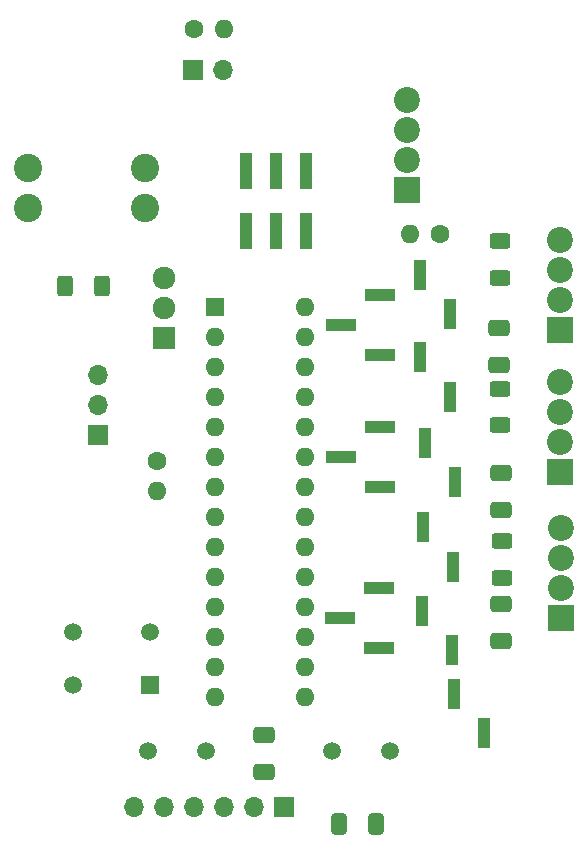
<source format=gbr>
%TF.GenerationSoftware,KiCad,Pcbnew,8.0.1-rc1*%
%TF.CreationDate,2024-11-21T18:28:05-08:00*%
%TF.ProjectId,AMS - CANBus Sensor - Temperature - RTD,414d5320-2d20-4434-914e-427573205365,rev?*%
%TF.SameCoordinates,Original*%
%TF.FileFunction,Soldermask,Top*%
%TF.FilePolarity,Negative*%
%FSLAX46Y46*%
G04 Gerber Fmt 4.6, Leading zero omitted, Abs format (unit mm)*
G04 Created by KiCad (PCBNEW 8.0.1-rc1) date 2024-11-21 18:28:05*
%MOMM*%
%LPD*%
G01*
G04 APERTURE LIST*
G04 Aperture macros list*
%AMRoundRect*
0 Rectangle with rounded corners*
0 $1 Rounding radius*
0 $2 $3 $4 $5 $6 $7 $8 $9 X,Y pos of 4 corners*
0 Add a 4 corners polygon primitive as box body*
4,1,4,$2,$3,$4,$5,$6,$7,$8,$9,$2,$3,0*
0 Add four circle primitives for the rounded corners*
1,1,$1+$1,$2,$3*
1,1,$1+$1,$4,$5*
1,1,$1+$1,$6,$7*
1,1,$1+$1,$8,$9*
0 Add four rect primitives between the rounded corners*
20,1,$1+$1,$2,$3,$4,$5,0*
20,1,$1+$1,$4,$5,$6,$7,0*
20,1,$1+$1,$6,$7,$8,$9,0*
20,1,$1+$1,$8,$9,$2,$3,0*%
G04 Aperture macros list end*
%ADD10C,2.400000*%
%ADD11R,1.500000X1.500000*%
%ADD12C,1.500000*%
%ADD13R,1.920000X1.920000*%
%ADD14C,1.920000*%
%ADD15R,1.000000X2.510000*%
%ADD16R,2.510000X1.000000*%
%ADD17RoundRect,0.250000X-0.650000X0.412500X-0.650000X-0.412500X0.650000X-0.412500X0.650000X0.412500X0*%
%ADD18RoundRect,0.250000X-0.400000X-0.625000X0.400000X-0.625000X0.400000X0.625000X-0.400000X0.625000X0*%
%ADD19RoundRect,0.250000X0.650000X-0.412500X0.650000X0.412500X-0.650000X0.412500X-0.650000X-0.412500X0*%
%ADD20RoundRect,0.250000X-0.625000X0.400000X-0.625000X-0.400000X0.625000X-0.400000X0.625000X0.400000X0*%
%ADD21C,1.600000*%
%ADD22O,1.600000X1.600000*%
%ADD23R,2.200000X2.200000*%
%ADD24C,2.200000*%
%ADD25R,1.700000X1.700000*%
%ADD26O,1.700000X1.700000*%
%ADD27R,1.000000X3.150000*%
%ADD28R,1.600000X1.600000*%
%ADD29RoundRect,0.250000X0.625000X-0.400000X0.625000X0.400000X-0.625000X0.400000X-0.625000X-0.400000X0*%
%ADD30RoundRect,0.250000X0.412500X0.650000X-0.412500X0.650000X-0.412500X-0.650000X0.412500X-0.650000X0*%
G04 APERTURE END LIST*
D10*
%TO.C,U5*%
X134999500Y-70018000D03*
X134999500Y-73418000D03*
X125079500Y-70018000D03*
X125079500Y-73418000D03*
%TD*%
D11*
%TO.C,Reset1*%
X135385300Y-113752500D03*
D12*
X128885300Y-113752500D03*
X135385300Y-109252500D03*
X128885300Y-109252500D03*
%TD*%
D13*
%TO.C,Q1*%
X136586000Y-84423600D03*
D14*
X136586000Y-81883600D03*
X136586000Y-79343600D03*
%TD*%
D15*
%TO.C,J13*%
X161145200Y-114528300D03*
X163685200Y-117838300D03*
%TD*%
D16*
%TO.C,J12*%
X154800700Y-105528500D03*
X151490700Y-108068500D03*
X154800700Y-110608500D03*
%TD*%
D15*
%TO.C,J11*%
X158428300Y-107484600D03*
X160968300Y-110794600D03*
%TD*%
%TO.C,J10*%
X158534400Y-100436400D03*
X161074400Y-103746400D03*
%TD*%
D16*
%TO.C,J9*%
X154907400Y-91933000D03*
X151597400Y-94473000D03*
X154907400Y-97013000D03*
%TD*%
D15*
%TO.C,J8*%
X158715700Y-93290400D03*
X161255700Y-96600400D03*
%TD*%
%TO.C,J7*%
X158262000Y-86042500D03*
X160802000Y-89352500D03*
%TD*%
D16*
%TO.C,J6*%
X154909700Y-80726800D03*
X151599700Y-83266800D03*
X154909700Y-85806800D03*
%TD*%
D15*
%TO.C,J2*%
X158251300Y-79044600D03*
X160791300Y-82354600D03*
%TD*%
D17*
%TO.C,C3*%
X145039800Y-118025700D03*
X145039800Y-121150700D03*
%TD*%
D18*
%TO.C,R1*%
X128210200Y-79985300D03*
X131310200Y-79985300D03*
%TD*%
D19*
%TO.C,C8*%
X164977800Y-86638200D03*
X164977800Y-83513200D03*
%TD*%
D20*
%TO.C,R10*%
X165154800Y-101617500D03*
X165154800Y-104717500D03*
%TD*%
D21*
%TO.C,R7*%
X139116100Y-58260700D03*
D22*
X141656100Y-58260700D03*
%TD*%
D23*
%TO.C,J1*%
X157148000Y-71872800D03*
D24*
X157148000Y-69332800D03*
X157148000Y-66792800D03*
X157148000Y-64252800D03*
%TD*%
D21*
%TO.C,NTC1*%
X135965600Y-94809500D03*
D22*
X135965600Y-97349500D03*
%TD*%
D25*
%TO.C,J3*%
X146767300Y-124094700D03*
D26*
X144227300Y-124094700D03*
X141687300Y-124094700D03*
X139147300Y-124094700D03*
X136607300Y-124094700D03*
X134067300Y-124094700D03*
%TD*%
D23*
%TO.C,J15*%
X170096300Y-95754700D03*
D24*
X170096300Y-93214700D03*
X170096300Y-90674700D03*
X170096300Y-88134700D03*
%TD*%
D20*
%TO.C,R9*%
X165062500Y-88691700D03*
X165062500Y-91791700D03*
%TD*%
D17*
%TO.C,C15*%
X165117100Y-106930900D03*
X165117100Y-110055900D03*
%TD*%
D21*
%TO.C,R6*%
X159962900Y-75582300D03*
D22*
X157422900Y-75582300D03*
%TD*%
D23*
%TO.C,J14*%
X170140100Y-83727200D03*
D24*
X170140100Y-81187200D03*
X170140100Y-78647200D03*
X170140100Y-76107200D03*
%TD*%
D23*
%TO.C,J16*%
X170157100Y-108131600D03*
D24*
X170157100Y-105591600D03*
X170157100Y-103051600D03*
X170157100Y-100511600D03*
%TD*%
D25*
%TO.C,Powerboard1*%
X130976300Y-92602600D03*
D26*
X130976300Y-90062600D03*
X130976300Y-87522600D03*
%TD*%
D27*
%TO.C,J4*%
X148585100Y-70282000D03*
X148585100Y-75332000D03*
X146045100Y-70282000D03*
X146045100Y-75332000D03*
X143505100Y-70282000D03*
X143505100Y-75332000D03*
%TD*%
D28*
%TO.C,U2*%
X140929500Y-81761800D03*
D22*
X140929500Y-84301800D03*
X140929500Y-86841800D03*
X140929500Y-89381800D03*
X140929500Y-91921800D03*
X140929500Y-94461800D03*
X140929500Y-97001800D03*
X140929500Y-99541800D03*
X140929500Y-102081800D03*
X140929500Y-104621800D03*
X140929500Y-107161800D03*
X140929500Y-109701800D03*
X140929500Y-112241800D03*
X140929500Y-114781800D03*
X148549500Y-114781800D03*
X148549500Y-112241800D03*
X148549500Y-109701800D03*
X148549500Y-107161800D03*
X148549500Y-104621800D03*
X148549500Y-102081800D03*
X148549500Y-99541800D03*
X148549500Y-97001800D03*
X148549500Y-94461800D03*
X148549500Y-91921800D03*
X148549500Y-89381800D03*
X148549500Y-86841800D03*
X148549500Y-84301800D03*
X148549500Y-81761800D03*
%TD*%
D25*
%TO.C,J5*%
X139049600Y-61738500D03*
D26*
X141589600Y-61738500D03*
%TD*%
D29*
%TO.C,R8*%
X165064200Y-79297600D03*
X165064200Y-76197600D03*
%TD*%
D12*
%TO.C,Y2*%
X155712100Y-119374400D03*
X150832100Y-119374400D03*
%TD*%
D30*
%TO.C,C5*%
X151408000Y-125541700D03*
X154533000Y-125541700D03*
%TD*%
D17*
%TO.C,C11*%
X165137700Y-95807100D03*
X165137700Y-98932100D03*
%TD*%
D12*
%TO.C,Y1*%
X135241300Y-119345300D03*
X140121300Y-119345300D03*
%TD*%
M02*

</source>
